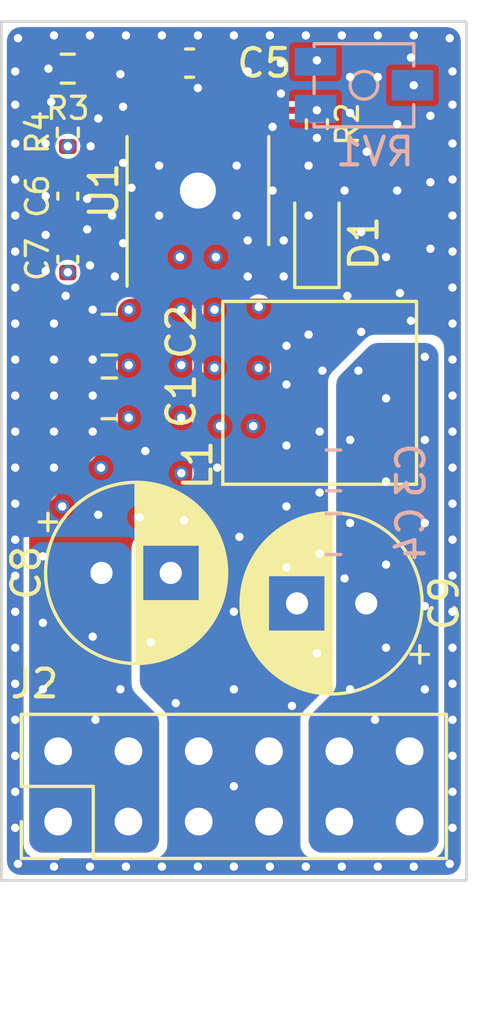
<source format=kicad_pcb>
(kicad_pcb (version 20221018) (generator pcbnew)
  (layers (0 "F.Cu" signal) (1 "In1.Cu" signal) (2 "In2.Cu" signal) (3 "In3.Cu" signal) (4 "In4.Cu" signal) (31 "B.Cu" signal) (34 "B.Paste" user) (35 "F.Paste" user) (36 "B.SilkS" user "B.Silkscreen") (37 "F.SilkS" user "F.Silkscreen") (38 "B.Mask" user) (39 "F.Mask" user) (44 "Edge.Cuts" user))
  (net 0 "")
  (net 1 "/VIN")
  (net 2 "GND")
  (net 3 "/VOUT")
  (net 4 "COMP")
  (net 5 "Net-(C5-Pad2)")
  (net 6 "Net-(U1-SS)")
  (net 7 "Net-(U1-BS)")
  (net 8 "Net-(D1-K)")
  (net 9 "FB")
  (net 10 "Net-(U1-EN)")
  (footprint "Library:Inductor_KOHERelec_MDA7030" (layer "F.Cu") (at 120 69.5)
    (fp_text reference "L1" (at -4.4 2.6 90 unlocked) (layer "F.SilkS"))
    (fp_text value "10uH")
    (pad "1" smd roundrect (at -2.95 0) (size 2.2 3.4) (layers "F.Cu" "F.Paste" "F.Mask") (net 8 "Net-(D1-K)"))
    (pad "2" smd roundrect (at 2.95 0) (size 2.2 3.4) (layers "F.Cu" "F.Paste" "F.Mask") (net 3 "/VOUT"))
  )
  (footprint "Capacitor_SMD:C_0805_2012Metric_Pad1.18x1.45mm_HandSolder" (layer "F.Cu") (at 112.4 67.4 180)
    (fp_text reference "C2" (at -2.6 0.1 90) (layer "F.SilkS"))
    (fp_text value "10u")
    (pad "1" smd roundrect (at -1.0375 0 180) (size 1.175 1.45) (layers "F.Cu" "F.Paste" "F.Mask") (roundrect_rratio 0.2127659574) (net 1 "/VIN"))
    (pad "2" smd roundrect (at 1.0375 0 180) (size 1.175 1.45) (layers "F.Cu" "F.Paste" "F.Mask") (roundrect_rratio 0.2127659574) (net 2 "GND"))
  )
  (footprint "Capacitor_SMD:C_0402_1005Metric" (layer "F.Cu") (at 110.9 64.68 -90)
    (fp_text reference "C7" (at 0 1.1 90) (layer "F.SilkS") (effects (font (size 0.8 0.8) (thickness 0.12))))
    (fp_text value "10n")
    (pad "1" smd roundrect (at -0.48 0 270) (size 0.56 0.62) (layers "F.Cu" "F.Paste" "F.Mask") (net 7 "Net-(U1-BS)"))
    (pad "2" smd roundrect (at 0.48 0 270) (size 0.56 0.62) (layers "F.Cu" "F.Paste" "F.Mask") (net 8 "Net-(D1-K)"))
  )
  (footprint "Connector_PinHeader_2.54mm:PinHeader_2x06_P2.54mm_Vertical" (layer "F.Cu") (at 110.55 84.975 90)
    (fp_text reference "J2" (at 4.975 -0.85 180) (layer "F.SilkS"))
    (fp_text value "Conn_02x06_Odd_Even")
    (pad "1" thru_hole rect (at 0 0 90) (size 1.7 1.7) (drill 1) (layers "*.Cu" "*.Mask") (net 1 "/VIN"))
    (pad "2" thru_hole oval (at 2.54 0 90) (size 1.7 1.7) (drill 1) (layers "*.Cu" "*.Mask") (net 1 "/VIN"))
    (pad "3" thru_hole oval (at 0 2.54 90) (size 1.7 1.7) (drill 1) (layers "*.Cu" "*.Mask") (net 1 "/VIN"))
    (pad "4" thru_hole oval (at 2.54 2.54 90) (size 1.7 1.7) (drill 1) (layers "*.Cu" "*.Mask") (net 1 "/VIN"))
    (pad "5" thru_hole oval (at 0 5.08 90) (size 1.7 1.7) (drill 1) (layers "*.Cu" "*.Mask") (net 2 "GND"))
    (pad "6" thru_hole oval (at 2.54 5.08 90) (size 1.7 1.7) (drill 1) (layers "*.Cu" "*.Mask") (net 2 "GND"))
    (pad "7" thru_hole oval (at 0 7.62 90) (size 1.7 1.7) (drill 1) (layers "*.Cu" "*.Mask") (net 2 "GND"))
    (pad "8" thru_hole oval (at 2.54 7.62 90) (size 1.7 1.7) (drill 1) (layers "*.Cu" "*.Mask") (net 2 "GND"))
    (pad "9" thru_hole oval (at 0 10.16 90) (size 1.7 1.7) (drill 1) (layers "*.Cu" "*.Mask") (net 3 "/VOUT"))
    (pad "10" thru_hole oval (at 2.54 10.16 90) (size 1.7 1.7) (drill 1) (layers "*.Cu" "*.Mask") (net 3 "/VOUT"))
    (pad "11" thru_hole oval (at 0 12.7 90) (size 1.7 1.7) (drill 1) (layers "*.Cu" "*.Mask") (net 3 "/VOUT"))
    (pad "12" thru_hole oval (at 2.54 12.7 90) (size 1.7 1.7) (drill 1) (layers "*.Cu" "*.Mask") (net 3 "/VOUT"))
  )
  (footprint "Resistor_SMD:R_0402_1005Metric" (layer "F.Cu") (at 110.9 60.1 90)
    (fp_text reference "R4" (at 0 -1.1 90) (layer "F.SilkS") (effects (font (size 0.8 0.8) (thickness 0.12))))
    (fp_text value "100K")
    (pad "1" smd roundrect (at -0.51 0 90) (size 0.54 0.64) (layers "F.Cu" "F.Paste" "F.Mask") (net 1 "/VIN"))
    (pad "2" smd roundrect (at 0.51 0 90) (size 0.54 0.64) (layers "F.Cu" "F.Paste" "F.Mask") (net 10 "Net-(U1-EN)"))
  )
  (footprint "Capacitor_THT:CP_Radial_D6.3mm_P2.50mm" (layer "F.Cu") (at 112.11762 76)
    (fp_text reference "C8" (at -2.717621 0 90) (layer "F.SilkS"))
    (fp_text value "10u")
    (pad "1" thru_hole rect (at 0 0) (size 1.6 1.6) (drill 0.8) (layers "*.Cu" "*.Mask") (net 1 "/VIN"))
    (pad "2" thru_hole circle (at 2.5 0) (size 1.6 1.6) (drill 0.8) (layers "*.Cu" "*.Mask") (net 2 "GND"))
  )
  (footprint "Capacitor_THT:CP_Radial_D6.3mm_P2.50mm" (layer "F.Cu") (at 121.68238 77.1 180)
    (fp_text reference "C9" (at -2.81762 0 90) (layer "F.SilkS"))
    (fp_text value "10u")
    (pad "1" thru_hole rect (at 0 0 180) (size 1.6 1.6) (drill 0.8) (layers "*.Cu" "*.Mask") (net 3 "/VOUT"))
    (pad "2" thru_hole circle (at 2.5 0 180) (size 1.6 1.6) (drill 0.8) (layers "*.Cu" "*.Mask") (net 2 "GND"))
  )
  (footprint "Diode_SMD:D_TUMD2" (layer "F.Cu") (at 119.9 63.9 90)
    (fp_text reference "D1" (at -0.2 1.7 90) (layer "F.SilkS"))
    (fp_text value "CUHS20F30")
    (pad "1" smd rect (at -0.65 0 270) (size 2 1.1) (layers "F.Cu" "F.Paste" "F.Mask") (net 8 "Net-(D1-K)"))
    (pad "2" smd rect (at 1.25 0 270) (size 0.8 1.1) (layers "F.Cu" "F.Paste" "F.Mask") (net 2 "GND"))
  )
  (footprint "Capacitor_SMD:C_0402_1005Metric" (layer "F.Cu") (at 110.9 62.4 90)
    (fp_text reference "C6" (at 0 -1.1 90) (layer "F.SilkS") (effects (font (size 0.8 0.8) (thickness 0.12))))
    (fp_text value "0.1u")
    (pad "1" smd roundrect (at -0.48 0 90) (size 0.56 0.62) (layers "F.Cu" "F.Paste" "F.Mask") (net 2 "GND"))
    (pad "2" smd roundrect (at 0.48 0 90) (size 0.56 0.62) (layers "F.Cu" "F.Paste" "F.Mask") (net 6 "Net-(U1-SS)"))
  )
  (footprint "Resistor_SMD:R_0603_1608Metric" (layer "F.Cu") (at 110.9 57.8 180)
    (fp_text reference "R3" (at 0 -1.43) (layer "F.SilkS") (effects (font (size 0.8 0.8) (thickness 0.12))))
    (fp_text value "6.8k")
    (pad "1" smd roundrect (at -0.825 0 180) (size 0.8 0.95) (layers "F.Cu" "F.Paste" "F.Mask") (net 5 "Net-(C5-Pad2)"))
    (pad "2" smd roundrect (at 0.825 0 180) (size 0.8 0.95) (layers "F.Cu" "F.Paste" "F.Mask") (net 2 "GND"))
  )
  (footprint "Library:SOIC-8-1EP_3.9x4.9mm_P1.27mm_EP2.62x3.51mm_ThermalVias" (layer "F.Cu") (at 115.6 62.2 90)
    (fp_text reference "U1" (at 0 -3.4 90) (layer "F.SilkS"))
    (fp_text value "MP2307")
    (pad "1" smd roundrect (at -2.48 -1.905 90) (size 1.94 0.6) (layers "F.Cu" "F.Paste" "F.Mask") (net 7 "Net-(U1-BS)"))
    (pad "2" smd roundrect (at -2.48 -0.635 90) (size 1.94 0.6) (layers "F.Cu" "F.Paste" "F.Mask") (net 1 "/VIN"))
    (pad "3" smd roundrect (at -2.48 0.635 90) (size 1.94 0.6) (layers "F.Cu" "F.Paste" "F.Mask") (net 8 "Net-(D1-K)"))
    (pad "4" smd roundrect (at -2.48 1.905 90) (size 1.94 0.6) (layers "F.Cu" "F.Paste" "F.Mask") (net 2 "GND"))
    (pad "5" smd roundrect (at 2.48 1.905 90) (size 1.94 0.6) (layers "F.Cu" "F.Paste" "F.Mask") (net 9 "FB"))
    (pad "6" smd roundrect (at 2.48 0.635 90) (size 1.94 0.6) (layers "F.Cu" "F.Paste" "F.Mask") (net 4 "COMP"))
    (pad "7" smd roundrect (at 2.48 -0.635 90) (size 1.94 0.6) (layers "F.Cu" "F.Paste" "F.Mask") (net 10 "Net-(U1-EN)"))
    (pad "8" smd roundrect (at 2.48 -1.905 90) (size 1.94 0.6) (layers "F.Cu" "F.Paste" "F.Mask") (net 6 "Net-(U1-SS)"))
    (pad "9" thru_hole circle (at 0 0 90) (size 1.6 1.6) (drill 1.3) (layers "*.Cu" "*.Mask") (net 2 "GND"))
    (pad "9" smd rect (at 0 0 90) (size 1.9 2.5) (layers "B.Cu") (net 2 "GND"))
    (pad "9" smd rect (at 0 0 90) (size 2.62 3.51) (layers "F.Cu" "F.Mask") (net 2 "GND"))
  )
  (footprint "Capacitor_SMD:C_0805_2012Metric_Pad1.18x1.45mm_HandSolder" (layer "F.Cu") (at 112.4 69.7 180)
    (fp_text reference "C1" (at -2.6 -0.1 90) (layer "F.SilkS"))
    (fp_text value "10u")
    (pad "1" smd roundrect (at -1.0375 0 180) (size 1.175 1.45) (layers "F.Cu" "F.Paste" "F.Mask") (roundrect_rratio 0.2127659574) (net 1 "/VIN"))
    (pad "2" smd roundrect (at 1.0375 0 180) (size 1.175 1.45) (layers "F.Cu" "F.Paste" "F.Mask") (roundrect_rratio 0.2127659574) (net 2 "GND"))
  )
  (footprint "Capacitor_SMD:C_0603_1608Metric_Pad1.08x0.95mm_HandSolder" (layer "F.Cu") (at 115.3 57.6 180)
    (fp_text reference "C5" (at -2.7 0) (layer "F.SilkS"))
    (fp_text value "3.9n")
    (pad "1" smd roundrect (at -0.8625 0 180) (size 1.075 0.95) (layers "F.Cu" "F.Paste" "F.Mask") (net 4 "COMP"))
    (pad "2" smd roundrect (at 0.8625 0 180) (size 1.075 0.95) (layers "F.Cu" "F.Paste" "F.Mask") (net 5 "Net-(C5-Pad2)"))
  )
  (footprint "Resistor_SMD:R_0402_1005Metric" (layer "F.Cu") (at 119.9 59.8 -90)
    (fp_text reference "R2" (at 0 -1.1 90) (layer "F.SilkS") (effects (font (size 0.8 0.8) (thickness 0.12))))
    (fp_text value "10k")
    (pad "1" smd roundrect (at -0.51 0 270) (size 0.54 0.64) (layers "F.Cu" "F.Paste" "F.Mask") (net 9 "FB"))
    (pad "2" smd roundrect (at 0.51 0 270) (size 0.54 0.64) (layers "F.Cu" "F.Paste" "F.Mask") (net 2 "GND"))
  )
  (footprint "Library:PVZ3A_variable_resistor" (layer "B.Cu") (at 121.6 58.4 90)
    (fp_text reference "RV1" (at -2.4 0.4 unlocked) (layer "B.SilkS") (effects (justify mirror)))
    (fp_text value "50k")
    (pad "1" smd rect (at -0.85 -1.75 90) (size 1 1.5) (layers "B.Cu" "B.Paste" "B.Mask") (net 9 "FB"))
    (pad "2" smd rect (at 0 1.75 90) (size 1.1 1.5) (layers "B.Cu" "B.Paste" "B.Mask") (net 3 "/VOUT"))
    (pad "3" smd rect (at 0.85 -1.75 90) (size 1 1.5) (layers "B.Cu" "B.Paste" "B.Mask") (net 3 "/VOUT"))
  )
  (footprint "Capacitor_SMD:C_0805_2012Metric_Pad1.18x1.45mm_HandSolder" (layer "B.Cu") (at 120.5 74.6 180)
    (fp_text reference "C4" (at -2.8 0 90) (layer "B.SilkS") (effects (justify mirror)))
    (fp_text value "22u")
    (pad "1" smd roundrect (at -1.0375 0 180) (size 1.175 1.45) (layers "B.Cu" "B.Paste" "B.Mask") (roundrect_rratio 0.2127659574) (net 3 "/VOUT"))
    (pad "2" smd roundrect (at 1.0375 0 180) (size 1.175 1.45) (layers "B.Cu" "B.Paste" "B.Mask") (roundrect_rratio 0.2127659574) (net 2 "GND"))
  )
  (footprint "Capacitor_SMD:C_0805_2012Metric_Pad1.18x1.45mm_HandSolder" (layer "B.Cu") (at 120.5 72.3 180)
    (fp_text reference "C3" (at -2.8 0 90) (layer "B.SilkS") (effects (justify mirror)))
    (fp_text value "22u")
    (pad "1" smd roundrect (at -1.0375 0 180) (size 1.175 1.45) (layers "B.Cu" "B.Paste" "B.Mask") (roundrect_rratio 0.2127659574) (net 3 "/VOUT"))
    (pad "2" smd roundrect (at 1.0375 0 180) (size 1.175 1.45) (layers "B.Cu" "B.Paste" "B.Mask") (roundrect_rratio 0.2127659574) (net 2 "GND"))
  )
  (gr_rect (start 108.5 56.1) (end 125.3 87.1) (stroke (width 0.1)) (fill none) (layer "Edge.Cuts"))
  (via (at 113.1 68.5) (size 0.5) (drill 0.3) (layers "F.Cu" "B.Cu") (net 1))
  (via (at 115 66.5) (size 0.5) (drill 0.3) (layers "F.Cu" "B.Cu") (net 1))
  (via (at 115 70.4) (size 0.5) (drill 0.3) (layers "F.Cu" "B.Cu") (net 1))
  (via (at 115 72.4) (size 0.5) (drill 0.3) (layers "F.Cu" "B.Cu") (net 1))
  (via (at 111.9 81.3) (size 0.5) (drill 0.3) (layers "F.Cu" "B.Cu") (net 1))
  (via (at 113.5 74) (size 0.5) (drill 0.3) (layers "F.Cu" "B.Cu") (net 1))
  (via (at 113.1 70.4) (size 0.5) (drill 0.3) (layers "F.Cu" "B.Cu") (net 1))
  (via (at 112.8 80.2) (size 0.5) (drill 0.3) (layers "F.Cu" "B.Cu") (net 1))
  (via (at 112.1 72.2) (size 0.5) (drill 0.3) (layers "F.Cu" "B.Cu") (net 1))
  (via (at 110 75.4) (size 0.5) (drill 0.3) (layers "F.Cu" "B.Cu") (net 1))
  (via (at 113.1 66.5) (size 0.5) (drill 0.3) (layers "F.Cu" "B.Cu") (net 1))
  (via (at 110.7 73.6) (size 0.5) (drill 0.3) (layers "F.Cu" "B.Cu") (net 1))
  (via (at 114.95 64.6) (size 0.5) (drill 0.3) (layers "F.Cu" "B.Cu") (net 1))
  (via (at 110 80.2) (size 0.5) (drill 0.3) (layers "F.Cu" "B.Cu") (net 1))
  (via (at 110.9 60.6) (size 0.5) (drill 0.3) (layers "F.Cu" "B.Cu") (net 1))
  (via (at 110 77.8) (size 0.5) (drill 0.3) (layers "F.Cu" "B.Cu") (net 1))
  (via (at 111.8 78.3) (size 0.5) (drill 0.3) (layers "F.Cu" "B.Cu") (net 1))
  (via (at 115 68.5) (size 0.5) (drill 0.3) (layers "F.Cu" "B.Cu") (net 1))
  (via (at 113.7 71.6) (size 0.5) (drill 0.3) (layers "F.Cu" "B.Cu") (net 2))
  (via (at 111.8 70.9) (size 0.5) (drill 0.3) (layers "F.Cu" "B.Cu") (net 2))
  (via (at 124.8 77.4) (size 0.5) (drill 0.3) (layers "F.Cu" "B.Cu") (net 2))
  (via (at 124.8 76.1) (size 0.5) (drill 0.3) (layers "F.Cu" "B.Cu") (net 2))
  (via (at 124.8 60.5) (size 0.5) (drill 0.3) (layers "F.Cu" "B.Cu") (net 2))
  (via (at 122.8 62.2) (size 0.5) (drill 0.3) (layers "F.Cu" "B.Cu") (net 2))
  (via (at 117 61.3) (size 0.5) (drill 0.3) (layers "F.Cu" "B.Cu") (net 2))
  (via (at 118.3 59.9) (size 0.5) (drill 0.3) (layers "F.Cu" "B.Cu") (net 2))
  (via (at 120.8 56.6) (size 0.5) (drill 0.3) (layers "F.Cu" "B.Cu") (net 2))
  (via (at 109 68.3) (size 0.5) (drill 0.3) (layers "F.Cu" "B.Cu") (net 2))
  (via (at 115.6 86.6) (size 0.5) (drill 0.3) (layers "F.Cu" "B.Cu") (net 2))
  (via (at 122.1 56.6) (size 0.5) (drill 0.3) (layers "F.Cu" "B.Cu") (net 2))
  (via (at 109 70.9) (size 0.5) (drill 0.3) (layers "F.Cu" "B.Cu") (net 2))
  (via (at 122.1 58.1) (size 0.5) (drill 0.3) (layers "F.Cu" "B.Cu") (net 2))
  (via (at 123.3 57.4) (size 0.5) (drill 0.3) (layers "F.Cu" "B.Cu") (net 2))
  (via (at 118.2 56.6) (size 0.5) (drill 0.3) (layers "F.Cu" "B.Cu") (net 2))
  (via (at 124.8 65.7) (size 0.5) (drill 0.3) (layers "F.Cu" "B.Cu") (net 2))
  (via (at 124.8 59.1) (size 0.5) (drill 0.3) (layers "F.Cu" "B.Cu") (net 2))
  (via (at 109 85.2) (size 0.5) (drill 0.3) (layers "F.Cu" "B.Cu") (net 2))
  (via (at 109 76.1) (size 0.5) (drill 0.3) (layers "F.Cu" "B.Cu") (net 2))
  (via (at 122.1 86.6) (size 0.5) (drill 0.3) (layers "F.Cu" "B.Cu") (net 2))
  (via (at 112 59.6) (size 0.5) (drill 0.3) (layers "F.Cu" "B.Cu") (net 2))
  (via (at 124 59.5) (size 0.5) (drill 0.3) (layers "F.Cu" "B.Cu") (net 2))
  (via (at 109 81.3) (size 0.5) (drill 0.3) (layers "F.Cu" "B.Cu") (net 2))
  (via (at 116.9 77.4) (size 0.5) (drill 0.3) (layers "F.Cu" "B.Cu") (net 2))
  (via (at 110.823607 66) (size 0.5) (drill 0.3) (layers "F.Cu" "B.Cu") (net 2))
  (via (at 109.1 56.7) (size 0.5) (drill 0.3) (layers "F.Cu" "B.Cu") (net 2))
  (via (at 121.5 67.3) (size 0.5) (drill 0.3) (layers "F.Cu" "B.Cu") (net 2))
  (via (at 116.9 86.6) (size 0.5) (drill 0.3) (layers "F.Cu" "B.Cu") (net 2))
  (via (at 124 64.3) (size 0.5) (drill 0.3) (layers "F.Cu" "B.Cu") (net 2))
  (via (at 117.4 64) (size 0.5) (drill 0.3) (layers "F.Cu" "B.Cu") (net 2))
  (via (at 119.9 60.3) (size 0.5) (drill 0.3) (layers "F.Cu" "B.Cu") (net 2))
  (via (at 114.8 80.7) (size 0.5) (drill 0.3) (layers "F.Cu" "B.Cu") (net 2))
  (via (at 109 82.6) (size 0.5) (drill 0.3) (layers "F.Cu" "B.Cu") (net 2))
  (via (at 110.4 69.6) (size 0.5) (drill 0.3) (layers "F.Cu" "B.Cu") (net 2))
  (via (at 115.1 74.1) (size 0.5) (drill 0.3) (layers "F.Cu" "B.Cu") (net 2))
  (via (at 118.6 58.7) (size 0.5) (drill 0.3) (layers "F.Cu" "B.Cu") (net 2))
  (via (at 122.9 65.9) (size 0.5) (drill 0.3) (layers "F.Cu" "B.Cu") (net 2))
  (via (at 114.2 63.1) (size 0.5) (drill 0.3) (layers "F.Cu" "B.Cu") (net 2))
  (via (at 111.8 66.5) (size 0.5) (drill 0.3) (layers "F.Cu" "B.Cu") (net 2))
  (via (at 111.8 68.3) (size 0.5) (drill 0.3) (layers "F.Cu" "B.Cu") (net 2))
  (via (at 114.2 61.3) (size 0.5) (drill 0.3) (layers "F.Cu" "B.Cu") (net 2))
  (via (at 121 66) (size 0.5) (drill 0.3) (layers "F.Cu" "B.Cu") (net 2))
  (via (at 111.7 56.6) (size 0.5) (drill 0.3) (layers "F.Cu" "B.Cu") (net 2))
  (via (at 121.1 58.1) (size 0.5) (drill 0.3) (layers "F.Cu" "B.Cu") (net 2))
  (via (at 109 61.8) (size 0.5) (drill 0.3) (layers "F.Cu" "B.Cu") (net 2))
  (via (at 112.897743 59.1745) (size 0.5) (drill 0.3) (layers "F.Cu" "B.Cu") (net 2))
  (via (at 110.4 67) (size 0.5) (drill 0.3) (layers "F.Cu" "B.Cu") (net 2))
  (via (at 124.8 74.8) (size 0.5) (drill 0.3) (layers "F.Cu" "B.Cu") (net 2))
  (via (at 109 59.1) (size 0.5) (drill 0.3) (layers "F.Cu" "B.Cu") (net 2))
  (via (at 114.3 56.6) (size 0.5) (drill 0.3) (layers "F.Cu" "B.Cu") (net 2))
  (via (at 118.3 62.2) (size 0.5) (drill 0.3) (layers "F.Cu" "B.Cu") (net 2))
  (via (at 124.8 73.5) (size 0.5) (drill 0.3) (layers "F.Cu" "B.Cu") (net 2))
  (via (at 109 65.7) (size 0.5) (drill 0.3) (layers "F.Cu" "B.Cu") (net 2))
  (via (at 109 74.8) (size 0.5) (drill 0.3) (layers "F.Cu" "B.Cu") (net 2))
  (via (at 118.8 69.2) (size 0.5) (drill 0.3) (layers "F.Cu" "B.Cu") (net 2))
  (via (at 119.6 63.1) (size 0.5) (drill 0.3) (layers "F.Cu" "B.Cu") (net 2))
  (via (at 119.5 86.6) (size 0.5) (drill 0.3) (layers "F.Cu" "B.Cu") (net 2))
  (via (at 117.4 65.3) (size 0.5) (drill 0.3) (layers "F.Cu" "B.Cu") (net 2))
  (via (at 123.3 66.9) (size 0.5) (drill 0.3) (layers "F.Cu" "B.Cu") (net 2))
  (via (at 124.8 72.2) (size 0.5) (drill 0.3) (layers "F.Cu" "B.Cu") (net 2))
  (via (at 118.6 57.6) (size 0.5) (drill 0.3) (layers "F.Cu" "B.Cu") (net 2))
  (via (at 124.8 83.9) (size 0.5) (drill 0.3) (layers "F.Cu" "B.Cu") (net 2))
  (via (at 116.9 80.2) (size 0.5) (drill 0.3) (layers "F.Cu" "B.Cu") (net 2))
  (via (at 119 80.8) (size 0.5) (drill 0.3) (layers "F.Cu" "B.Cu") (net 2))
  (via (at 109 77.4) (size 0.5) (drill 0.3) (layers "F.Cu" "B.Cu") (net 2))
  (via (at 110.4 68.3) (size 0.5) (drill 0.3) (layers "F.Cu" "B.Cu") (net 2))
  (via (at 124.7 56.7) (size 0.5) (drill 0.3) (layers "F.Cu" "B.Cu") (net 2))
  (via (at 118.7 65.3) (size 0.5) (drill 0.3) (layers "F.Cu" "B.Cu") (net 2))
  (via (at 110.1 62.4) (size 0.5) (drill 0.3) (layers "F.Cu" "B.Cu") (net 2))
  (via (at 118.7 64) (size 0.5) (drill 0.3) (layers "F.Cu" "B.Cu") (net 2))
  (via (at 124.8 78.7) (size 0.5) (drill 0.3) (layers "F.Cu" "B.Cu") (net 2))
  (via (at 113 86.6) (size 0.5) (drill 0.3) (layers "F.Cu" "B.Cu") (net 2))
  (via (at 111.7 86.6) (size 0.5) (drill 0.3) (layers "F.Cu" "B.Cu") (net 2))
  (via (at 120 73.1) (size 0.5) (drill 0.3) (layers "F.Cu" "B.Cu") (net 2))
  (via (at 124.8 64.4) (size 0.5) (drill 0.3) (layers "F.Cu" "B.Cu") (net 2))
  (via (at 115.6 58.5) (size 0.5) (drill 0.3) (layers "F.Cu" "B.Cu") (net 2))
  (via (at 110.4 70.9) (size 0.5) (drill 0.3) (layers "F.Cu" "B.Cu") (net 2))
  (via (at 110.3 59) (size 0.5) (drill 0.3) (layers "F.Cu" "B.Cu") (net 2))
  (via (at 121.1 59.4) (size 0.5) (drill 0.3) (layers "F.Cu" "B.Cu") (net 2))
  (via (at 110.2 57.8) (size 0.5) (drill 0.3) (layers "F.Cu" "B.Cu") (net 2))
  (via (at 115.6 56.6) (size 0.5) (drill 0.3) (layers "F.Cu" "B.Cu") (net 2))
  (via (at 110.1 65.1) (size 0.5) (drill 0.3) (layers "F.Cu" "B.Cu") (net 2))
  (via (at 120.1 68.7) (size 0.5) (drill 0.3) (layers "F.Cu" "B.Cu") (net 2))
  (via (at 119.6 61.3) (size 0.5) (drill 0.3) (layers "F.Cu" "B.Cu") (net 2))
  (via (at 124.8 81.3) (size 0.5) (drill 0.3) (layers "F.Cu" "B.Cu") (net 2))
  (via (at 121.7 60.8) (size 0.5) (drill 0.3) (layers "F.Cu" "B.Cu") (net 2))
  (via (at 124.8 85.2) (size 0.5) (drill 0.3) (layers "F.Cu" "B.Cu") (net 2))
  (via (at 122.4 64.6) (size 0.5) (drill 0.3) (layers "F.Cu" "B.Cu") (net 2))
  (via (at 121.5 63.7) (size 0.5) (drill 0.3) (layers "F.Cu" "B.Cu") (net 2))
  (via (at 114.3 86.6) (size 0.5) (drill 0.3) (layers "F.Cu" "B.Cu") (net 2))
  (via (at 118.8 75.8) (size 0.5) (drill 0.3) (layers "F.Cu" "B.Cu") (net 2))
  (via (at 109 78.7) (size 0.5) (drill 0.3) (layers "F.Cu" "B.Cu") (net 2))
  (via (at 124.8 67) (size 0.5) (drill 0.3) (layers "F.Cu" "B.Cu") (net 2))
  (via (at 109 67) (size 0.5) (drill 0.3) (layers "F.Cu" "B.Cu") (net 2))
  (via (at 111.8 69.6) (size 0.5) (drill 0.3) (layers "F.Cu" "B.Cu") (net 2))
  (via (at 113 56.6) (size 0.5) (drill 0.3) (layers "F.Cu" "B.Cu") (net 2))
  (via (at 109 72.2) (size 0.5) (drill 0.3) (layers "F.Cu" "B.Cu") (net 2))
  (via (at 122.8 59.8) (size 0.5) (drill 0.3) (layers "F.Cu" "B.Cu") (net 2))
  (via (at 123.4 56.6) (size 0.5) (drill 0.3) (layers "F.Cu" "B.Cu") (net 2))
  (via (at 111.6 63.6) (size 0.5) (drill 0.3) (layers "F.Cu" "B.Cu") (net 2))
  (via (at 113.2 62.1) (size 0.5) (drill 0.3) (layers "F.Cu" "B.Cu") (net 2))
  (via (at 110.4 56.6) (size 0.5) (drill 0.3) (layers "F.Cu" "B.Cu") (net 2))
  (via (at 117.4 57.9) (size 0.5) (drill 0.3) (layers "F.Cu" "B.Cu") (net 2))
  (via (at 116.9 83.7) (size 0.5) (drill 0.3) (layers "F.Cu" "B.Cu") (net 2))
  (via (at 109 63.1) (size 0.5) (drill 0.3) (layers "F.Cu" "B.Cu") (net 2))
  (via (at 110.4 72.2) (size 0.5) (drill 0.3) (layers "F.Cu" "B.Cu") (net 2))
  (via (at 120 75.3) (size 0.5) (drill 0.3) (layers "F.Cu" "B.Cu") (net 2))
  (via (at 109 73.5) (size 0.5) (drill 0.3) (layers "F.Cu" "B.Cu") (net 2))
  (via (at 110.1 60.5) (size 0.5) (drill 0.3) (layers "F.Cu" "B.Cu") (net 2))
  (via (at 109 83.9) (size 0.5) (drill 0.3) (layers "F.Cu" "B.Cu") (net 2))
  (via (at 110.1 63.8) (size 0.5) (drill 0.3) (layers "F.Cu" "B.Cu") (net 2))
  (via (at 124.8 82.6) (size 0.5) (drill 0.3) (layers "F.Cu" "B.Cu") (net 2))
  (via (at 112.6 65.3) (size 0.5) (drill 0.3) (layers "F.Cu" "B.Cu") (net 2))
  (via (at 109.1 86.5) (size 0.5) (drill 0.3) (layers "F.Cu" "B.Cu") (net 2))
  (via (at 124.8 63.1) (size 0.5) (drill 0.3) (layers "F.Cu" "B.Cu") (net 2))
  (via (at 120.8 86.6) (size 0.5) (drill 0.3) (layers "F.Cu" "B.Cu") (net 2))
  (via (at 119.9 78.9) (size 0.5) (drill 0.3) (layers "F.Cu" "B.Cu") (net 2))
  (via (at 124.8 68.3) (size 0.5) (drill 0.3) (layers "F.Cu" "B.Cu") (net 2))
  (via (at 124.8 57.9) (size 0.5) (drill 0.3) (layers "F.Cu" "B.Cu") (net 2))
  (via (at 112 73.9) (size 0.5) (drill 0.3) (layers "F.Cu" "B.Cu") (net 2))
  (via (at 119.5 56.6) (size 0.5) (drill 0.3) (layers "F.Cu" "B.Cu") (net 2))
  (via (at 109 80) (size 0.5) (drill 0.3) (layers "F.Cu" "B.Cu") (net 2))
  (via (at 112.9 64.1) (size 0.5) (drill 0.3) (layers "F.Cu" "B.Cu") (net 2))
  (via (at 111.6 62.5) (size 0.5) (drill 0.3) (layers "F.Cu" "B.Cu") (net 2))
  (via (at 124.8 80) (size 0.5) (drill 0.3) (layers "F.Cu" "B.Cu") (net 2))
  (via (at 111.7 64.9) (size 0.5) (drill 0.3) (layers "F.Cu" "B.Cu") (net 2))
  (via (at 109 64.4) (size 0.5) (drill 0.3) (layers "F.Cu" "B.Cu") (net 2))
  (via (at 109 57.9) (size 0.5) (drill 0.3) (layers "F.Cu" "B.Cu") (net 2))
  (via (at 123.4 86.6) (size 0.5) (drill 0.3) (layers "F.Cu" "B.Cu") (net 2))
  (via (at 117 63.1) (size 0.5) (drill 0.3) (layers "F.Cu" "B.Cu") (net 2))
  (via (at 112.9 61.2) (size 0.5) (drill 0.3) (layers "F.Cu" "B.Cu") (net 2))
  (via (at 118.8 67.8) (size 0.5) (drill 0.3) (layers "F.Cu" "B.Cu") (net 2))
  (via (at 118.2 86.6) (size 0.5) (drill 0.3) (layers "F.Cu" "B.Cu") (net 2))
  (via (at 124.8 61.8) (size 0.5) (drill 0.3) (layers "F.Cu" "B.Cu") (net 2))
  (via (at 120.9 62.2) (size 0.5) (drill 0.3) (layers "F.Cu" "B.Cu") (net 2))
  (via (at 120 70.9) (size 0.5) (drill 0.3) (layers "F.Cu" "B.Cu") (net 2))
  (via (at 112.8 58) (size 0.5) (drill 0.3) (layers "F.Cu" "B.Cu") (net 2))
  (via (at 109 60.5) (size 0.5) (drill 0.3) (layers "F.Cu" "B.Cu") (net 2))
  (via (at 124.8 70.9) (size 0.5) (drill 0.3) (layers "F.Cu" "B.Cu") (net 2))
  (via (at 124.8 69.6) (size 0.5) (drill 0.3) (layers "F.Cu" "B.Cu") (net 2))
  (via (at 112.5 63.1) (size 0.5) (drill 0.3) (layers "F.Cu" "B.Cu") (net 2))
  (via (at 124.7 86.5) (size 0.5) (drill 0.3) (layers "F.Cu" "B.Cu") (net 2))
  (via (at 124 61.9) (size 0.5) (drill 0.3) (layers "F.Cu" "B.Cu") (net 2))
  (via (at 111.7255 60.6) (size 0.5) (drill 0.3) (layers "F.Cu" "B.Cu") (net 2))
  (via (at 116.3 72.2) (size 0.5) (drill 0.3) (layers "F.Cu" "B.Cu") (net 2))
  (via (at 109 69.6) (size 0.5) (drill 0.3) (layers "F.Cu" "B.Cu") (net 2))
  (via (at 110.4 86.6) (size 0.5) (drill 0.3) (layers "F.Cu" "B.Cu") (net 2))
  (via (at 119.6 67.4) (size 0.5) (drill 0.3) (layers "F.Cu" "B.Cu") (net 2))
  (via (at 117.1 74.7) (size 0.5) (drill 0.3) (layers "F.Cu" "B.Cu") (net 2))
  (via (at 118.8 71.4) (size 0.5) (drill 0.3) (layers "F.Cu" "B.Cu") (net 2))
  (via (at 118.8 73.6) (size 0.5) (drill 0.3) (layers "F.Cu" "B.Cu") (net 2))
  (via (at 116.9 56.6) (size 0.5) (drill 0.3) (layers "F.Cu" "B.Cu") (net 2))
  (via (at 113.9 78.5) (size 0.5) (drill 0.3) (layers "F.Cu" "B.Cu") (net 2))
  (via (at 122.4 72.7) (size 0.5) (drill 0.3) (layers "F.Cu" "B.Cu") (net 3))
  (via (at 123.8 71.2) (size 0.5) (drill 0.3) (layers "F.Cu" "B.Cu") (net 3))
  (via (at 123.8 80.2) (size 0.5) (drill 0.3) (layers "F.Cu" "B.Cu") (net 3))
  (via (at 122.4 78.7) (size 0.5) (drill 0.3) (layers "F.Cu" "B.Cu") (net 3))
  (via (at 121.1 80.2) (size 0.5) (drill 0.3) (layers "F.Cu" "B.Cu") (net 3))
  (via (at 121.1 74.2) (size 0.5) (drill 0.3) (layers "F.Cu" "B.Cu") (net 3))
  (via (at 119.9 57.5) (size 0.5) (drill 0.3) (layers "F.Cu" "B.Cu") (net 3))
  (via (at 123.4 58.4) (size 0.5) (drill 0.3) (layers "F.Cu" "B.Cu") (net 3))
  (via (at 122 81.3) (size 0.5) (drill 0.3) (layers "F.Cu" "B.Cu") (net 3))
  (via (at 122.4 75.7) (size 0.5) (drill 0.3) (layers "F.Cu" "B.Cu") (net 3))
  (via (at 121.1 71.2) (size 0.5) (drill 0.3) (layers "F.Cu" "B.Cu") (net 3))
  (via (at 123.8 77.2) (size 0.5) (drill 0.3) (layers "F.Cu" "B.Cu") (net 3))
  (via (at 123.8 74.2) (size 0.5) (drill 0.3) (layers "F.Cu" "B.Cu") (net 3))
  (via (at 120.9 76.2) (size 0.5) (drill 0.3) (layers "F.Cu" "B.Cu") (net 3))
  (via (at 122.4 69.7) (size 0.5) (drill 0.3) (layers "F.Cu" "B.Cu") (net 3))
  (via (at 121.4 68.7) (size 0.5) (drill 0.3) (layers "F.Cu" "B.Cu") (net 3))
  (via (at 123.8 68.2) (size 0.5) (drill 0.3) (layers "F.Cu" "B.Cu") (net 3))
  (segment (start 116.235 59.72) (end 116.235 57.4725) (width 0.25) (layer "F.Cu") (net 4))
  (segment (start 112.1 57.425) (end 114.2625 57.425) (width 0.25) (layer "F.Cu") (net 5))
  (segment (start 114.3275 57.29) (end 114.4375 57.4) (width 0.25) (layer "F.Cu") (net 5))
  (segment (start 114.2625 57.425) (end 114.4375 57.6) (width 0.25) (layer "F.Cu") (net 5))
  (segment (start 111.725 57.8) (end 112.1 57.425) (width 0.25) (layer "F.Cu") (net 5))
  (segment (start 111.68 61.92) (end 112.3 61.3) (width 0.25) (layer "F.Cu") (net 6))
  (segment (start 112.3 61.3) (end 112.3 60.4) (width 0.25) (layer "F.Cu") (net 6))
  (segment (start 112.3 60.4) (end 112.7 60) (width 0.25) (layer "F.Cu") (net 6))
  (segment (start 113.415 60) (end 113.695 59.72) (width 0.25) (layer "F.Cu") (net 6))
  (segment (start 110.9 61.92) (end 111.68 61.92) (width 0.25) (layer "F.Cu") (net 6))
  (segment (start 112.7 60) (end 113.415 60) (width 0.25) (layer "F.Cu") (net 6))
  (segment (start 112 64.2) (end 112.48 64.68) (width 0.25) (layer "F.Cu") (net 7))
  (segment (start 112.48 64.68) (end 113.695 64.68) (width 0.25) (layer "F.Cu") (net 7))
  (segment (start 110.9 64.2) (end 112 64.2) (width 0.25) (layer "F.Cu") (net 7))
  (via (at 117.8 66.4) (size 0.5) (drill 0.3) (layers "F.Cu" "B.Cu") (net 8))
  (via (at 116.2 66.5) (size 0.5) (drill 0.3) (layers "F.Cu" "B.Cu") (net 8))
  (via (at 117.6 70.7) (size 0.5) (drill 0.3) (layers "F.Cu" "B.Cu") (net 8))
  (via (at 116.25 64.6) (size 0.5) (drill 0.3) (layers "F.Cu" "B.Cu") (net 8))
  (via (at 117.8 68.6) (size 0.5) (drill 0.3) (layers "F.Cu" "B.Cu") (net 8))
  (via (at 116.4 70.7) (size 0.5) (drill 0.3) (layers "F.Cu" "B.Cu") (net 8))
  (via (at 110.9 65.15) (size 0.5) (drill 0.3) (layers "F.Cu" "B.Cu") (net 8))
  (via (at 116.2 68.6) (size 0.5) (drill 0.3) (layers "F.Cu" "B.Cu") (net 8))
  (segment (start 119.9 59.3) (end 117.505 59.3) (width 0.25) (layer "F.Cu") (net 9))
  (segment (start 117.505 59.3) (end 117.505 59.72) (width 0.25) (layer "F.Cu") (net 9))
  (via (at 119.9 59.3) (size 0.5) (drill 0.3) (layers "F.Cu" "B.Cu") (net 9))
  (segment (start 114.725 58.425) (end 114.965 58.665) (width 0.25) (layer "F.Cu") (net 10))
  (segment (start 113.173249 58.6) (end 113.348249 58.425) (width 0.25) (layer "F.Cu") (net 10))
  (segment (start 111.89 58.6) (end 113.173249 58.6) (width 0.25) (layer "F.Cu") (net 10))
  (segment (start 110.9 59.59) (end 111.89 58.6) (width 0.25) (layer "F.Cu") (net 10))
  (segment (start 114.965 58.665) (end 114.965 59.72) (width 0.25) (layer "F.Cu") (net 10))
  (segment (start 113.348249 58.425) (end 114.725 58.425) (width 0.25) (layer "F.Cu") (net 10))
  (zone (net 0) (net_name "") (layer "F.Cu") (connect_pads yes (clearance 0)) (min_thickness 0.254)
    (keepout (tracks allowed) (vias allowed) (pads allowed) (copperpour not_allowed) (footprints allowed))
    (fill (thermal_gap 0.508) (thermal_bridge_width 0.508))
    (polygon (pts (xy 118.7 65.9) (xy 118.3 65.9) (xy 118.3 65.8) (xy 118.7 65.8)))
  )
  (zone (net 8) (net_name "Net-(D1-K)") (layer "F.Cu") (priority 1) (connect_pads yes (clearance 0.2)) (min_thickness 0.254) (fill yes (thermal_gap 0.508) (thermal_bridge_width 0.508) (smoothing fillet) (radius 0.5))
    (polygon (pts (xy 120.5 65.8) (xy 119 67.3) (xy 118.2 67.3) (xy 118.2 67.6) (xy 117.8 67.6) (xy 117.8 66.1) (xy 118.7 66.1) (xy 119.3 65.5) (xy 119.3 63.5) (xy 120.5 63.5)))
  )
  (zone (net 0) (net_name "") (layer "F.Cu") (connect_pads yes (clearance 0)) (min_thickness 0.254)
    (keepout (tracks allowed) (vias allowed) (pads allowed) (copperpour not_allowed) (footprints allowed))
    (fill (thermal_gap 0.508) (thermal_bridge_width 0.508))
    (polygon (pts (xy 117.7 58.6) (xy 117.7 60.9) (xy 112.4 60.9) (xy 112.4 61.2) (xy 111.8 61.8) (xy 111.4 61.8) (xy 111.4 57) (xy 116.1 57)))
  )
  (zone (net 1) (net_name "/VIN") (layers "F.Cu" "In1.Cu" "In2.Cu" "In3.Cu") (connect_pads yes (clearance 0.2)) (min_thickness 0.254) (fill yes (thermal_gap 0.508) (thermal_bridge_width 0.508) (smoothing fillet) (radius 0.5))
    (polygon (pts (xy 115.4 72.7) (xy 113.2 74.9) (xy 113.2 75.4) (xy 109.5 75.4) (xy 109.5 74.2) (xy 112.7 71) (xy 112.7 66.1) (xy 114.5 66.1) (xy 114.5 63.7) (xy 115.4 63.7)))
  )
  (zone (net 8) (net_name "Net-(D1-K)") (layers "F.Cu" "In1.Cu" "In2.Cu" "In3.Cu" "In4.Cu") (connect_pads yes (clearance 0.2)) (min_thickness 0.254) (fill yes (thermal_gap 0.508) (thermal_bridge_width 0.508) (smoothing fillet) (radius 0.5))
    (polygon (pts (xy 116.7 66.1) (xy 118.2 66.1) (xy 118.2 70.8) (xy 117.7 71.3) (xy 116.3 71.3) (xy 115.8 70.8) (xy 115.8 63.7) (xy 116.7 63.7)))
  )
  (zone (net 2) (net_name "GND") (layers "F.Cu" "In1.Cu" "In2.Cu" "In3.Cu" "In4.Cu" "B.Cu") (connect_pads yes (clearance 0.2)) (min_thickness 0.254) (fill yes (thermal_gap 0.508) (thermal_bridge_width 0.508) (smoothing fillet) (radius 0.5))
    (polygon (pts (xy 125.1 68.5) (xy 124.5 68.5) (xy 124.5 67.4) (xy 121.8 67.4) (xy 120.3 68.9) (xy 120.3 72.7) (xy 117.5 72.7) (xy 117.5 71.6) (xy 117.9 71.6) (xy 118.5 70.9) (xy 118.5 66.1) (xy 118.3 65.8) (xy 118.3 56.3) (xy 125.1 56.3)))
  )
  (zone (net 1) (net_name "/VIN") (layers "F.Cu" "In1.Cu" "In2.Cu" "In3.Cu" "In4.Cu" "B.Cu") (connect_pads yes (clearance 0.2)) (min_thickness 0.254) (fill yes (thermal_gap 0.508) (thermal_bridge_width 0.508) (smoothing fillet) (radius 0.5))
    (polygon (pts (xy 113.2 80.2) (xy 114.2 81.2) (xy 114.2 86.1) (xy 109.5 86.1) (xy 109.5 74.9) (xy 113.2 74.9)))
  )
  (zone (net 3) (net_name "/VOUT") (layers "F.Cu" "In1.Cu" "In2.Cu" "In3.Cu" "In4.Cu" "B.Cu") (connect_pads yes (clearance 0.2)) (min_thickness 0.254) (fill yes (thermal_gap 0.508) (thermal_bridge_width 0.508) (smoothing fillet) (radius 0.5))
    (polygon (pts (xy 124.3 86.1) (xy 119.6 86.1) (xy 119.6 81.2) (xy 120.6 80.2) (xy 120.6 69) (xy 121.9 67.7) (xy 124.3 67.7)))
  )
  (zone (net 2) (net_name "GND") (layers "F.Cu" "In1.Cu" "In2.Cu" "In3.Cu" "In4.Cu" "B.Cu") (connect_pads yes (clearance 0.2)) (min_thickness 0.254) (fill yes (thermal_gap 0.508) (thermal_bridge_width 0.508) (smoothing fillet) (radius 0.5))
    (polygon (pts (xy 118.8 65.8) (xy 118.6 65.8) (xy 118.3 65.8) (xy 117 65.8) (xy 117 63.5) (xy 113.2 63.5) (xy 113.2 64.4) (xy 112.6 64.4) (xy 112.6 56.3) (xy 118.8 56.3)))
  )
  (zone (net 2) (net_name "GND") (layers "F.Cu" "In1.Cu" "In2.Cu" "In3.Cu" "In4.Cu" "B.Cu") (connect_pads yes (clearance 0.2)) (min_thickness 0.254) (fill yes (thermal_gap 0.508) (thermal_bridge_width 0.508) (smoothing fillet) (radius 0.5))
    (polygon (pts (xy 120.3 80.1) (xy 119.3 81.1) (xy 119.3 86.4) (xy 114.5 86.4) (xy 114.5 81.1) (xy 113.5 80.1) (xy 113.5 75.1) (xy 115.7 72.9) (xy 115.7 71.6) (xy 120.3 71.6)))
  )
  (zone (net 2) (net_name "GND") (layers "F.Cu" "In1.Cu" "In2.Cu" "In3.Cu" "In4.Cu" "B.Cu") (connect_pads yes (clearance 0.2)) (min_thickness 0.254) (fill yes (thermal_gap 0.508) (thermal_bridge_width 0.508) (smoothing fillet) (radius 0.5))
    (polygon (pts (xy 125.1 86.9) (xy 108.7 86.9) (xy 108.7 73.9) (xy 109.1 73.9) (xy 109.1 74) (xy 109.3 74.1) (xy 109.3 86.3) (xy 114.5 86.3) (xy 114.5 85.1) (xy 119.3 85.1) (xy 119.3 86.3) (xy 124.5 86.3) (xy 124.5 67.2) (xy 125.1 67.2)))
  )
  (zone (net 2) (net_name "GND") (layers "F.Cu" "In1.Cu" "In2.Cu" "In3.Cu" "In4.Cu" "B.Cu") (connect_pads yes (clearance 0.2)) (min_thickness 0.254) (fill yes (thermal_gap 0.508) (thermal_bridge_width 0.508) (smoothing fillet) (radius 0.5))
    (polygon (pts (xy 112.9 65.4) (xy 112.1 66.2) (xy 112.1 71.3) (xy 109.3 74.1) (xy 109.3 74.4) (xy 108.7 74.4) (xy 108.7 56.3) (xy 112.9 56.3)))
  )
  (zone (net 2) (net_name "GND") (layers "In4.Cu" "B.Cu") (connect_pads yes (clearance 0.2)) (min_thickness 0.254) (fill yes (thermal_gap 0.508) (thermal_bridge_width 0.508) (smoothing fillet) (radius 0.5))
    (polygon (pts (xy 112.1 70.8) (xy 115.4 70.8) (xy 116.2 71.6) (xy 116.5 71.6) (xy 116.5 76) (xy 113.5 76) (xy 113.5 74.7) (xy 109 74.7) (xy 109 75.6) (xy 108.7 75.6) (xy 108.7 70.4) (xy 112.1 70.4)))
  )
  (zone (net 2) (net_name "GND") (layer "B.Cu") (connect_pads yes (clearance 0.2)) (min_thickness 0.254) (fill yes (thermal_gap 0.508) (thermal_bridge_width 0.508) (smoothing fillet) (radius 0.5))
    (polygon (pts (xy 118.8 71.8) (xy 111.7 71.8) (xy 111.7 63.2) (xy 118.8 63.2)))
  )
)
</source>
